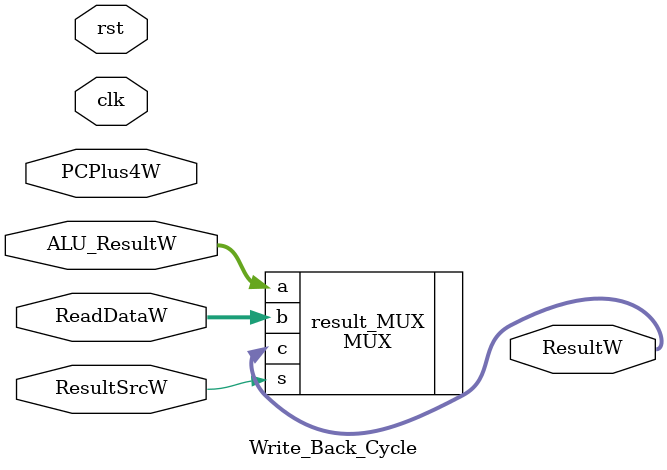
<source format=v>
module Write_Back_Cycle(clk, rst, ResultSrcW, PCPlus4W, ALU_ResultW, ReadDataW, ResultW);

input clk, rst, ResultSrcW;
input [31:0] PCPlus4W, ALU_ResultW, ReadDataW;

output [31:0] ResultW;

MUX result_MUX(
    .a(ALU_ResultW),
    .b(ReadDataW),
    .c(ResultW),
    .s(ResultSrcW)
);

endmodule
</source>
